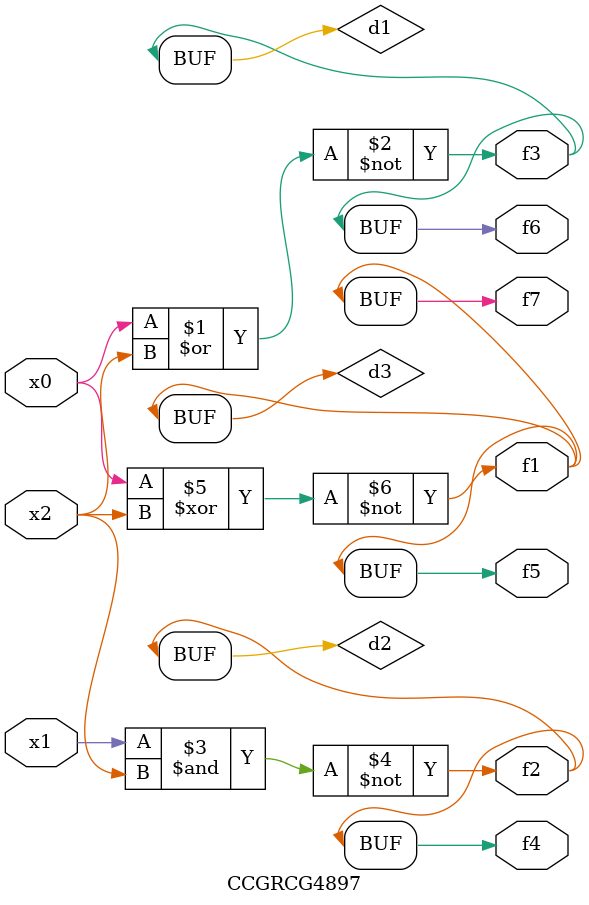
<source format=v>
module CCGRCG4897(
	input x0, x1, x2,
	output f1, f2, f3, f4, f5, f6, f7
);

	wire d1, d2, d3;

	nor (d1, x0, x2);
	nand (d2, x1, x2);
	xnor (d3, x0, x2);
	assign f1 = d3;
	assign f2 = d2;
	assign f3 = d1;
	assign f4 = d2;
	assign f5 = d3;
	assign f6 = d1;
	assign f7 = d3;
endmodule

</source>
